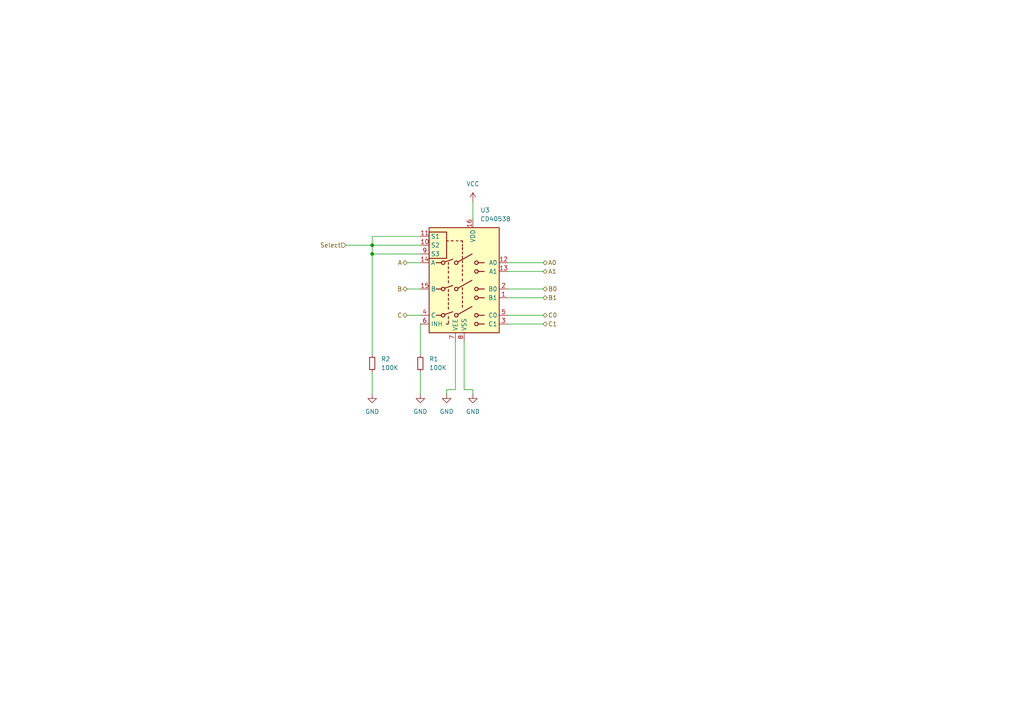
<source format=kicad_sch>
(kicad_sch (version 20250114) (generator "eeschema") (generator_version "9.0")
  (paper "A4")
  (lib_symbols
    (symbol "Analog_Switch:CD4053B"
      (property "Reference" "U" (at -10.16 16.51 0))
      (property "Value" "CD4053B" (at 3.81 16.51 0))
      (symbol "CD4053B_0_1"
        (rectangle (start -10.16 15.24) (end 10.16 -15.24) (stroke (width 0.254)) (fill (type background)))
        (rectangle (start -10.16 6.35) (end -5.08 13.97) (stroke (width 0.254)))
        (polyline (pts (xy -8.128 5.08) (xy -6.604 5.08)) (stroke (width 0.254)))
        (polyline (pts (xy -8.128 -2.54) (xy -6.604 -2.54)) (stroke (width 0.254)))
        (polyline (pts (xy -8.128 -10.16) (xy -6.604 -10.16)) (stroke (width 0.254)))
        (circle (center -6.096 5.08) (radius 0.508) (stroke (width 0.254)))
        (circle (center -6.096 -2.54) (radius 0.508) (stroke (width 0.254)))
        (circle (center -6.096 -10.16) (radius 0.508) (stroke (width 0.254)))
        (polyline (pts (xy -5.588 5.334) (xy -3.302 6.096)) (stroke (width 0.254)))
        (polyline (pts (xy -5.588 -2.286) (xy -3.302 -1.524)) (stroke (width 0.254)))
        (polyline (pts (xy -5.588 -9.906) (xy -3.302 -9.144)) (stroke (width 0.254)))
        (polyline (pts (xy -4.572 11.43) (xy -5.08 11.43)) (stroke (width 0.254)))
        (polyline (pts (xy -4.572 4.572) (xy -4.572 5.207)) (stroke (width 0.254)))
        (polyline (pts (xy -4.572 3.302) (xy -4.572 3.937)) (stroke (width 0.254)))
        (polyline (pts (xy -4.572 2.032) (xy -4.572 2.667)) (stroke (width 0.254)))
        (polyline (pts (xy -4.572 0.508) (xy -4.572 1.143)) (stroke (width 0.254)))
        (polyline (pts (xy -4.572 -0.762) (xy -4.572 -0.127)) (stroke (width 0.254)))
        (polyline (pts (xy -4.572 -3.302) (xy -4.572 -2.667)) (stroke (width 0.254)))
        (polyline (pts (xy -4.572 -4.572) (xy -4.572 -3.937)) (stroke (width 0.254)))
        (polyline (pts (xy -4.572 -5.842) (xy -4.572 -5.207)) (stroke (width 0.254)))
        (polyline (pts (xy -4.572 -7.112) (xy -4.572 -6.477)) (stroke (width 0.254)))
        (polyline (pts (xy -4.572 -8.382) (xy -4.572 -7.747)) (stroke (width 0.254)))
        (polyline (pts (xy -4.572 -11.176) (xy -4.572 -10.541)) (stroke (width 0.254)))
        (polyline (pts (xy -4.572 -12.446) (xy -4.572 -11.811)) (stroke (width 0.254)))
        (polyline (pts (xy -4.572 -12.7) (xy -5.207 -12.7)) (stroke (width 0.254)))
        (polyline (pts (xy -3.81 11.43) (xy -3.175 11.43)) (stroke (width 0.254)))
        (circle (center -2.286 5.08) (radius 0.508) (stroke (width 0.254)))
        (circle (center -2.286 -2.54) (radius 0.508) (stroke (width 0.254)))
        (circle (center -2.286 -10.16) (radius 0.508) (stroke (width 0.254)))
        (polyline (pts (xy -1.778 11.43) (xy -2.286 11.43)) (stroke (width 0.254)))
        (polyline (pts (xy -1.778 5.334) (xy 2.286 7.62)) (stroke (width 0.254)))
        (polyline (pts (xy -1.778 -2.286) (xy 2.286 0)) (stroke (width 0.254)))
        (polyline (pts (xy -1.778 -9.906) (xy 2.286 -7.62)) (stroke (width 0.254)))
        (polyline (pts (xy -0.508 11.43) (xy -1.016 11.43)) (stroke (width 0.254)))
        (polyline (pts (xy -0.508 10.922) (xy -0.508 11.43)) (stroke (width 0.254)))
        (polyline (pts (xy -0.508 9.906) (xy -0.508 10.414)) (stroke (width 0.254)))
        (polyline (pts (xy -0.508 8.89) (xy -0.508 9.525)) (stroke (width 0.254)))
        (polyline (pts (xy -0.508 8.89) (xy -0.508 9.398)) (stroke (width 0.254)))
        (polyline (pts (xy -0.508 7.62) (xy -0.508 8.255)) (stroke (width 0.254)))
        (polyline (pts (xy -0.508 6.35) (xy -0.508 6.985)) (stroke (width 0.254)))
        (polyline (pts (xy -0.508 5.08) (xy -0.508 5.715)) (stroke (width 0.254)))
        (polyline (pts (xy -0.508 3.81) (xy -0.508 4.445)) (stroke (width 0.254)))
        (polyline (pts (xy -0.508 2.54) (xy -0.508 3.175)) (stroke (width 0.254)))
        (polyline (pts (xy -0.508 1.27) (xy -0.508 1.905)) (stroke (width 0.254)))
        (polyline (pts (xy -0.508 -0.254) (xy -0.508 0.381)) (stroke (width 0.254)))
        (polyline (pts (xy -0.508 -2.794) (xy -0.508 -2.159)) (stroke (width 0.254)))
        (polyline (pts (xy -0.508 -4.064) (xy -0.508 -3.429)) (stroke (width 0.254)))
        (polyline (pts (xy -0.508 -5.334) (xy -0.508 -4.699)) (stroke (width 0.254)))
        (polyline (pts (xy -0.508 -6.604) (xy -0.508 -5.969)) (stroke (width 0.254)))
        (polyline (pts (xy -0.508 -7.874) (xy -0.508 -7.239)) (stroke (width 0.254)))
        (circle (center 3.556 5.08) (radius 0.508) (stroke (width 0.254)))
        (circle (center 3.556 2.54) (radius 0.508) (stroke (width 0.254)))
        (circle (center 3.556 -2.54) (radius 0.508) (stroke (width 0.254)))
        (circle (center 3.556 -5.08) (radius 0.508) (stroke (width 0.254)))
        (circle (center 3.556 -10.16) (radius 0.508) (stroke (width 0.254)))
        (circle (center 3.556 -12.7) (radius 0.508) (stroke (width 0.254)))
        (polyline (pts (xy 4.064 5.08) (xy 5.842 5.08)) (stroke (width 0.254)))
        (polyline (pts (xy 4.064 2.54) (xy 5.842 2.54)) (stroke (width 0.254)))
        (polyline (pts (xy 4.064 -2.54) (xy 5.842 -2.54)) (stroke (width 0.254)))
        (polyline (pts (xy 4.064 -5.08) (xy 5.842 -5.08)) (stroke (width 0.254)))
        (polyline (pts (xy 4.064 -10.16) (xy 5.842 -10.16)) (stroke (width 0.254)))
        (polyline (pts (xy 4.064 -12.7) (xy 5.842 -12.7)) (stroke (width 0.254)))
      )
      (symbol "CD4053B_1_1"
        (pin input line (at -12.7 12.7 0) (length 2.54) (name "S1") (number "11"))
        (pin input line (at -12.7 10.16 0) (length 2.54) (name "S2") (number "10"))
        (pin input line (at -12.7 7.62 0) (length 2.54) (name "S3") (number "9"))
        (pin bidirectional line (at -12.7 5.08 0) (length 2.54) (name "A") (number "14"))
        (pin bidirectional line (at -12.7 -2.54 0) (length 2.54) (name "B") (number "15"))
        (pin bidirectional line (at -12.7 -10.16 0) (length 2.54) (name "C") (number "4"))
        (pin input line (at -12.7 -12.7 0) (length 2.54) (name "INH") (number "6"))
        (pin power_in line (at -2.54 -17.78 90) (length 2.54) (name "VEE") (number "7"))
        (pin power_in line (at 0 -17.78 90) (length 2.54) (name "VSS") (number "8"))
        (pin power_in line (at 2.54 17.78 270) (length 2.54) (name "VDD") (number "16"))
        (pin bidirectional line (at 12.7 5.08 180) (length 2.54) (name "A0") (number "12"))
        (pin bidirectional line (at 12.7 2.54 180) (length 2.54) (name "A1") (number "13"))
        (pin bidirectional line (at 12.7 -2.54 180) (length 2.54) (name "B0") (number "2"))
        (pin bidirectional line (at 12.7 -5.08 180) (length 2.54) (name "B1") (number "1"))
        (pin bidirectional line (at 12.7 -10.16 180) (length 2.54) (name "C0") (number "5"))
        (pin bidirectional line (at 12.7 -12.7 180) (length 2.54) (name "C1") (number "3"))
      )
    )
    (symbol "Device:R_Small" (pin_numbers (hide yes)) (pin_names (offset 0.254) (hide yes))
      (property "Reference" "R" (at 0 0 90))
      (property "Value" "R_Small" (at 1.778 0 90))
      (symbol "R_Small_0_1"
        (rectangle (start -0.762 1.778) (end 0.762 -1.778) (stroke (width 0.2032)))
      )
      (symbol "R_Small_1_1"
        (pin passive line (at 0 2.54 270) (length 0.762) (name "~") (number "1"))
        (pin passive line (at 0 -2.54 90) (length 0.762) (name "~") (number "2"))
      )
    )
    (symbol "power:GND" (power) (pin_numbers (hide yes)) (pin_names (offset 0) (hide yes))
      (property "Value" "GND" (at 0 -3.81 0))
      (symbol "GND_0_1"
        (polyline (pts (xy 0 0) (xy 0 -1.27) (xy 1.27 -1.27) (xy 0 -2.54) (xy -1.27 -1.27) (xy 0 -1.27)))
      )
      (symbol "GND_1_1"
        (pin power_in line (at 0 0 270) (length 0) (name "~") (number "1"))
      )
    )
    (symbol "power:VDD" (power) (pin_numbers (hide yes)) (pin_names (offset 0) (hide yes))
      (property "Value" "VDD" (at 0 3.556 0))
      (symbol "VDD_0_1"
        (polyline (pts (xy -0.762 1.27) (xy 0 2.54)))
        (polyline (pts (xy 0 2.54) (xy 0.762 1.27)))
        (polyline (pts (xy 0 0) (xy 0 2.54)))
      )
      (symbol "VDD_1_1"
        (pin power_in line (at 0 0 90) (length 0) (name "~") (number "1"))
      )
    )
  )
  (junction (at 107.95 71.12))
  (junction (at 107.95 73.66))
  (wire (pts (xy 147.32 93.98) (xy 157.48 93.98)))
  (wire (pts (xy 147.32 86.36) (xy 157.48 86.36)))
  (wire (pts (xy 118.11 76.2) (xy 121.92 76.2)))
  (wire (pts (xy 107.95 73.66) (xy 107.95 102.87)))
  (wire (pts (xy 147.32 91.44) (xy 157.48 91.44)))
  (wire (pts (xy 107.95 71.12) (xy 121.92 71.12)))
  (wire (pts (xy 107.95 107.95) (xy 107.95 114.3)))
  (wire (pts (xy 129.54 113.03) (xy 129.54 114.3)))
  (wire (pts (xy 129.54 113.03) (xy 132.08 113.03)))
  (wire (pts (xy 118.11 91.44) (xy 121.92 91.44)))
  (wire (pts (xy 118.11 83.82) (xy 121.92 83.82)))
  (wire (pts (xy 134.62 113.03) (xy 134.62 99.06)))
  (wire (pts (xy 107.95 73.66) (xy 121.92 73.66)))
  (wire (pts (xy 107.95 68.58) (xy 107.95 71.12)))
  (wire (pts (xy 147.32 76.2) (xy 157.48 76.2)))
  (wire (pts (xy 100.33 71.12) (xy 107.95 71.12)))
  (wire (pts (xy 137.16 58.42) (xy 137.16 63.5)))
  (wire (pts (xy 147.32 78.74) (xy 157.48 78.74)))
  (wire (pts (xy 132.08 113.03) (xy 132.08 99.06)))
  (wire (pts (xy 137.16 113.03) (xy 137.16 114.3)))
  (wire (pts (xy 121.92 68.58) (xy 107.95 68.58)))
  (wire (pts (xy 137.16 113.03) (xy 134.62 113.03)))
  (wire (pts (xy 121.92 93.98) (xy 121.92 102.87)))
  (wire (pts (xy 107.95 71.12) (xy 107.95 73.66)))
  (wire (pts (xy 121.92 107.95) (xy 121.92 114.3)))
  (wire (pts (xy 147.32 83.82) (xy 157.48 83.82)))
  (hierarchical_label "A1" (shape bidirectional) (at 157.48 78.74 0))
  (hierarchical_label "C" (shape bidirectional) (at 118.11 91.44 180))
  (hierarchical_label "A0" (shape bidirectional) (at 157.48 76.2 0))
  (hierarchical_label "B0" (shape bidirectional) (at 157.48 83.82 0))
  (hierarchical_label "C0" (shape bidirectional) (at 157.48 91.44 0))
  (hierarchical_label "Select" (shape input) (at 100.33 71.12 180))
  (hierarchical_label "B" (shape bidirectional) (at 118.11 83.82 180))
  (hierarchical_label "A" (shape bidirectional) (at 118.11 76.2 180))
  (hierarchical_label "C1" (shape bidirectional) (at 157.48 93.98 0))
  (hierarchical_label "B1" (shape bidirectional) (at 157.48 86.36 0))
  (symbol (lib_id "power:GND") (at 107.95 114.3 0) (unit 1)
    (property "Reference" "#PWR02" (effects (hide yes)))
    (property "Value" "GND" (at 107.95 119.38 0))
    (property "Description" "Power symbol creates a global label with name \"GND\" , ground" (effects (hide yes)))
    (instances (project "kleingorium" (path "" (reference "#PWR02") (unit 1)) (path "" (reference "#PWR047") (unit 1))))
  )
  (symbol (lib_id "power:GND") (at 121.92 114.3 0) (unit 1)
    (property "Reference" "#PWR" (effects (hide yes)))
    (property "Value" "GND" (at 121.92 119.38 0))
    (property "Description" "Power symbol creates a global label with name \"GND\" , ground" (effects (hide yes)))
    (instances (project "kleingorium" (path "" (reference "#PWR050") (unit 1))))
  )
  (symbol (lib_id "Device:R_Small") (at 121.92 105.41 0) (unit 1)
    (property "Reference" "R1" (at 124.46 104.1399 0) (effects (justify left)))
    (property "Value" "100K" (at 124.46 106.6799 0) (effects (justify left)))
    (property "Footprint" "Resistor_THT:R_Axial_DIN0207_L6.3mm_D2.5mm_P10.16mm_Horizontal" (effects (hide yes)))
    (property "Description" "Resistor, small symbol" (effects (hide yes)))
    (instances (project "kleingorium" (path "" (reference "R1") (unit 1)) (path "" (reference "R29") (unit 1))))
  )
  (symbol (lib_id "power:GND") (at 129.54 114.3 0) (unit 1)
    (property "Reference" "#PWR06" (effects (hide yes)))
    (property "Value" "GND" (at 129.54 119.38 0))
    (property "Description" "Power symbol creates a global label with name \"GND\" , ground" (effects (hide yes)))
    (instances (project "kleingorium" (path "" (reference "#PWR06") (unit 1)) (path "" (reference "#PWR052") (unit 1))))
  )
  (symbol (lib_id "Analog_Switch:CD4053B") (at 134.62 81.28 0) (unit 1)
    (property "Reference" "U3" (at 139.3033 60.96 0) (effects (justify left)))
    (property "Value" "CD4053B" (at 139.3033 63.5 0) (effects (justify left)))
    (property "Footprint" "Package_DIP:DIP-16_W7.62mm" (effects (hide yes)))
    (property "Datasheet" "http://www.ti.com/lit/ds/symlink/cd4052b.pdf" (effects (hide yes)))
    (property "Description" "CMOS triple 2-channel analog multiplexer/demultiplexer, TSSOP-16/DIP-16/SOIC-16" (effects (hide yes)))
    (instances (project "kleingorium" (path "" (reference "U3") (unit 1)) (path "" (reference "U13") (unit 1))))
  )
  (symbol (lib_id "power:GND") (at 137.16 114.3 0) (unit 1)
    (property "Reference" "#PWR07" (effects (hide yes)))
    (property "Value" "GND" (at 137.16 119.38 0))
    (property "Description" "Power symbol creates a global label with name \"GND\" , ground" (effects (hide yes)))
    (instances (project "kleingorium" (path "" (reference "#PWR07") (unit 1)) (path "" (reference "#PWR063") (unit 1))))
  )
  (symbol (lib_id "power:VDD") (at 137.16 58.42 0) (unit 1)
    (property "Reference" "#PWR" (effects (hide yes)))
    (property "Value" "VCC" (at 137.16 53.34 0))
    (property "Description" "Power symbol creates a global label with name \"VDD\"" (effects (hide yes)))
    (instances (project "kleingorium" (path "" (reference "#PWR062") (unit 1))))
  )
  (symbol (lib_id "Device:R_Small") (at 107.95 105.41 0) (unit 1)
    (property "Reference" "R2" (at 110.49 104.1399 0) (effects (justify left)))
    (property "Value" "100K" (at 110.49 106.6799 0) (effects (justify left)))
    (property "Footprint" "Resistor_THT:R_Axial_DIN0207_L6.3mm_D2.5mm_P10.16mm_Horizontal" (effects (hide yes)))
    (property "Description" "Resistor, small symbol" (effects (hide yes)))
    (instances (project "kleingorium" (path "" (reference "R2") (unit 1)) (path "" (reference "R26") (unit 1))))
  )
)
</source>
